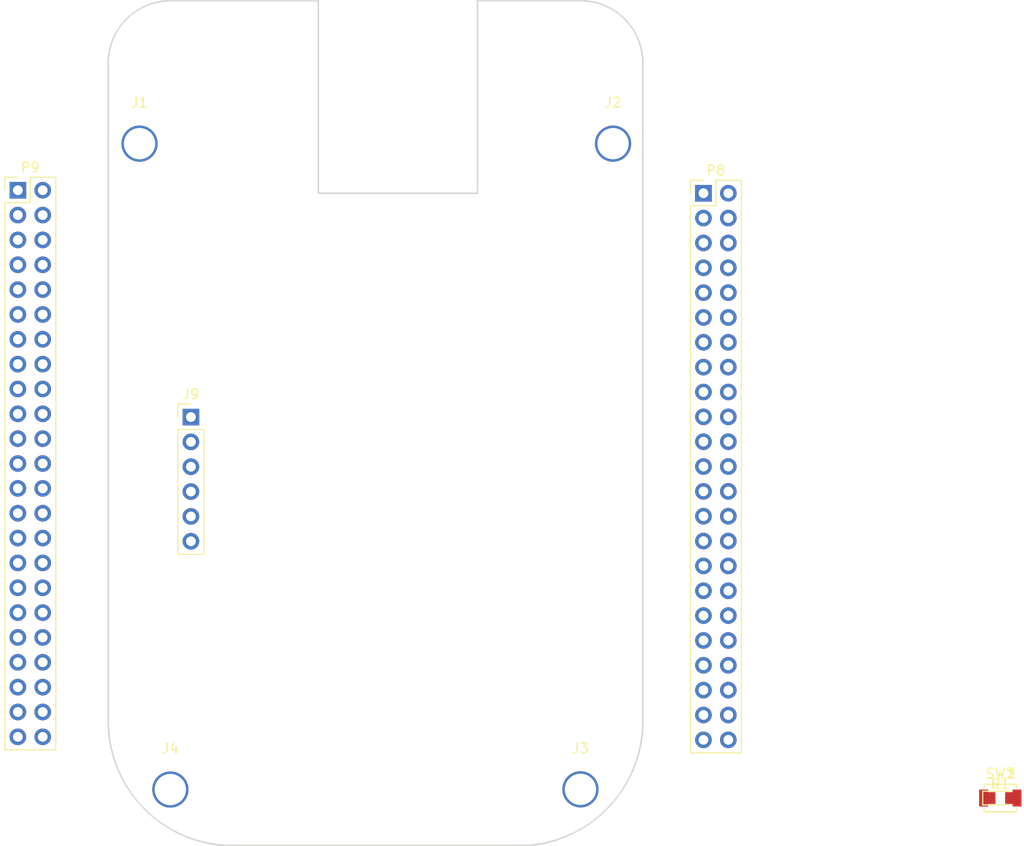
<source format=kicad_pcb>
(kicad_pcb (version 4) (host pcbnew 4.0.7)

  (general
    (links 24)
    (no_connects 17)
    (area 110.592799 47.461099 165.352801 133.971101)
    (thickness 1.6)
    (drawings 12)
    (tracks 0)
    (zones 0)
    (modules 12)
    (nets 10)
  )

  (page A4)
  (layers
    (0 F.Cu signal)
    (31 B.Cu signal)
    (32 B.Adhes user)
    (33 F.Adhes user)
    (34 B.Paste user)
    (35 F.Paste user)
    (36 B.SilkS user)
    (37 F.SilkS user)
    (38 B.Mask user)
    (39 F.Mask user)
    (40 Dwgs.User user)
    (41 Cmts.User user)
    (42 Eco1.User user)
    (43 Eco2.User user)
    (44 Edge.Cuts user)
    (45 Margin user)
    (46 B.CrtYd user)
    (47 F.CrtYd user)
    (48 B.Fab user)
    (49 F.Fab user hide)
  )

  (setup
    (last_trace_width 0.4064)
    (user_trace_width 0.254)
    (user_trace_width 0.3048)
    (user_trace_width 0.4064)
    (user_trace_width 0.508)
    (user_trace_width 0.762)
    (trace_clearance 0.2)
    (zone_clearance 0.508)
    (zone_45_only no)
    (trace_min 0.1524)
    (segment_width 0.2)
    (edge_width 0.15)
    (via_size 0.6858)
    (via_drill 0.3302)
    (via_min_size 0.6858)
    (via_min_drill 0.3302)
    (user_via 0.762 0.508)
    (uvia_size 0.3)
    (uvia_drill 0.1)
    (uvias_allowed no)
    (uvia_min_size 0.2)
    (uvia_min_drill 0.1)
    (pcb_text_width 0.3)
    (pcb_text_size 1.5 1.5)
    (mod_edge_width 0.15)
    (mod_text_size 1 1)
    (mod_text_width 0.15)
    (pad_size 3.7 3.7)
    (pad_drill 3.2)
    (pad_to_mask_clearance 0.2)
    (aux_axis_origin 110.6678 133.8961)
    (grid_origin 110.6678 133.8961)
    (visible_elements 7FFFE7FF)
    (pcbplotparams
      (layerselection 0x00030_80000001)
      (usegerberextensions false)
      (excludeedgelayer true)
      (linewidth 0.100000)
      (plotframeref false)
      (viasonmask false)
      (mode 1)
      (useauxorigin false)
      (hpglpennumber 1)
      (hpglpenspeed 20)
      (hpglpendiameter 15)
      (hpglpenoverlay 2)
      (psnegative false)
      (psa4output false)
      (plotreference true)
      (plotvalue true)
      (plotinvisibletext false)
      (padsonsilk false)
      (subtractmaskfromsilk false)
      (outputformat 4)
      (mirror false)
      (drillshape 0)
      (scaleselection 1)
      (outputdirectory ""))
  )

  (net 0 "")
  (net 1 VDD_3V3)
  (net 2 DGND)
  (net 3 "Net-(D1-Pad1)")
  (net 4 VDD_5V)
  (net 5 EHRPWM2B)
  (net 6 EHRPWM2A)
  (net 7 SYS_5V)
  (net 8 PWR_BUT)
  (net 9 SYS_RESETn)

  (net_class Default "This is the default net class."
    (clearance 0.2)
    (trace_width 0.4064)
    (via_dia 0.6858)
    (via_drill 0.3302)
    (uvia_dia 0.3)
    (uvia_drill 0.1)
    (add_net DGND)
    (add_net EHRPWM2A)
    (add_net EHRPWM2B)
    (add_net "Net-(D1-Pad1)")
    (add_net SYS_RESETn)
    (add_net VDD_3V3)
  )

  (net_class Signal ""
    (clearance 0.1)
    (trace_width 0.2)
    (via_dia 0.6858)
    (via_drill 0.3302)
    (uvia_dia 0.3)
    (uvia_drill 0.1)
  )

  (net_class VCC ""
    (clearance 0.254)
    (trace_width 0.508)
    (via_dia 0.6858)
    (via_drill 0.3302)
    (uvia_dia 0.3)
    (uvia_drill 0.1)
    (add_net PWR_BUT)
    (add_net SYS_5V)
    (add_net VDD_5V)
  )

  (module Mounting_Holes:MountingHole_3.2mm_M3_Pad (layer F.Cu) (tedit 5A569CB6) (tstamp 5A569C6E)
    (at 113.8578 62.1461)
    (descr "Mounting Hole 3.2mm, M3")
    (tags "mounting hole 3.2mm m3")
    (path /5A37380D)
    (attr virtual)
    (fp_text reference J1 (at 0 -4.2) (layer F.SilkS)
      (effects (font (size 1 1) (thickness 0.15)))
    )
    (fp_text value MOUNTING_HOLE (at 0 4.2) (layer F.Fab)
      (effects (font (size 1 1) (thickness 0.15)))
    )
    (fp_text user %R (at 0.3 0) (layer F.Fab)
      (effects (font (size 1 1) (thickness 0.15)))
    )
    (fp_circle (center 0 0) (end 3.2 0) (layer Cmts.User) (width 0.15))
    (fp_circle (center 0 0) (end 3.45 0) (layer F.CrtYd) (width 0.05))
    (pad 1 thru_hole circle (at 0 0) (size 3.7 3.7) (drill 3.2) (layers *.Cu *.Mask)
      (net 2 DGND))
  )

  (module Mounting_Holes:MountingHole_3.2mm_M3_Pad (layer F.Cu) (tedit 5A569CAF) (tstamp 5A569C73)
    (at 162.2378 62.1461)
    (descr "Mounting Hole 3.2mm, M3")
    (tags "mounting hole 3.2mm m3")
    (path /5A3738D0)
    (attr virtual)
    (fp_text reference J2 (at 0 -4.2) (layer F.SilkS)
      (effects (font (size 1 1) (thickness 0.15)))
    )
    (fp_text value MOUNTING_HOLE (at 0 4.2) (layer F.Fab)
      (effects (font (size 1 1) (thickness 0.15)))
    )
    (fp_text user %R (at 0.3 0) (layer F.Fab)
      (effects (font (size 1 1) (thickness 0.15)))
    )
    (fp_circle (center 0 0) (end 3.2 0) (layer Cmts.User) (width 0.15))
    (fp_circle (center 0 0) (end 3.45 0) (layer F.CrtYd) (width 0.05))
    (pad 1 thru_hole circle (at 0 0) (size 3.7 3.7) (drill 3.2) (layers *.Cu *.Mask)
      (net 2 DGND))
  )

  (module Mounting_Holes:MountingHole_3.2mm_M3_Pad (layer F.Cu) (tedit 5A569CA8) (tstamp 5A569C78)
    (at 158.9078 128.1561)
    (descr "Mounting Hole 3.2mm, M3")
    (tags "mounting hole 3.2mm m3")
    (path /5A37391E)
    (attr virtual)
    (fp_text reference J3 (at 0 -4.2) (layer F.SilkS)
      (effects (font (size 1 1) (thickness 0.15)))
    )
    (fp_text value MOUNTING_HOLE (at 0 4.2) (layer F.Fab)
      (effects (font (size 1 1) (thickness 0.15)))
    )
    (fp_text user %R (at 0.3 0) (layer F.Fab)
      (effects (font (size 1 1) (thickness 0.15)))
    )
    (fp_circle (center 0 0) (end 3.2 0) (layer Cmts.User) (width 0.15))
    (fp_circle (center 0 0) (end 3.45 0) (layer F.CrtYd) (width 0.05))
    (pad 1 thru_hole circle (at 0 0) (size 3.7 3.7) (drill 3.2) (layers *.Cu *.Mask)
      (net 2 DGND))
  )

  (module Mounting_Holes:MountingHole_3.2mm_M3_Pad (layer F.Cu) (tedit 5A569C99) (tstamp 5A569C7D)
    (at 117.0078 128.1761)
    (descr "Mounting Hole 3.2mm, M3")
    (tags "mounting hole 3.2mm m3")
    (path /5A37394D)
    (attr virtual)
    (fp_text reference J4 (at 0 -4.2) (layer F.SilkS)
      (effects (font (size 1 1) (thickness 0.15)))
    )
    (fp_text value MOUNTING_HOLE (at 0 4.2) (layer F.Fab)
      (effects (font (size 1 1) (thickness 0.15)))
    )
    (fp_text user %R (at 0.3 0) (layer F.Fab)
      (effects (font (size 1 1) (thickness 0.15)))
    )
    (fp_circle (center 0 0) (end 3.2 0) (layer Cmts.User) (width 0.15))
    (fp_circle (center 0 0) (end 3.45 0) (layer F.CrtYd) (width 0.05))
    (pad 1 thru_hole circle (at 0 0) (size 3.7 3.7) (drill 3.2) (layers *.Cu *.Mask)
      (net 2 DGND))
  )

  (module Pin_Headers:Pin_Header_Straight_1x06_Pitch2.54mm (layer F.Cu) (tedit 59650532) (tstamp 5A569C9B)
    (at 119.1078 90.0961)
    (descr "Through hole straight pin header, 1x06, 2.54mm pitch, single row")
    (tags "Through hole pin header THT 1x06 2.54mm single row")
    (path /5A08EFA4/5A090D71)
    (fp_text reference J9 (at 0 -2.33) (layer F.SilkS)
      (effects (font (size 1 1) (thickness 0.15)))
    )
    (fp_text value "01x06_Stackable Header" (at 0 15.03) (layer F.Fab)
      (effects (font (size 1 1) (thickness 0.15)))
    )
    (fp_line (start -0.635 -1.27) (end 1.27 -1.27) (layer F.Fab) (width 0.1))
    (fp_line (start 1.27 -1.27) (end 1.27 13.97) (layer F.Fab) (width 0.1))
    (fp_line (start 1.27 13.97) (end -1.27 13.97) (layer F.Fab) (width 0.1))
    (fp_line (start -1.27 13.97) (end -1.27 -0.635) (layer F.Fab) (width 0.1))
    (fp_line (start -1.27 -0.635) (end -0.635 -1.27) (layer F.Fab) (width 0.1))
    (fp_line (start -1.33 14.03) (end 1.33 14.03) (layer F.SilkS) (width 0.12))
    (fp_line (start -1.33 1.27) (end -1.33 14.03) (layer F.SilkS) (width 0.12))
    (fp_line (start 1.33 1.27) (end 1.33 14.03) (layer F.SilkS) (width 0.12))
    (fp_line (start -1.33 1.27) (end 1.33 1.27) (layer F.SilkS) (width 0.12))
    (fp_line (start -1.33 0) (end -1.33 -1.33) (layer F.SilkS) (width 0.12))
    (fp_line (start -1.33 -1.33) (end 0 -1.33) (layer F.SilkS) (width 0.12))
    (fp_line (start -1.8 -1.8) (end -1.8 14.5) (layer F.CrtYd) (width 0.05))
    (fp_line (start -1.8 14.5) (end 1.8 14.5) (layer F.CrtYd) (width 0.05))
    (fp_line (start 1.8 14.5) (end 1.8 -1.8) (layer F.CrtYd) (width 0.05))
    (fp_line (start 1.8 -1.8) (end -1.8 -1.8) (layer F.CrtYd) (width 0.05))
    (fp_text user %R (at 0 6.35 90) (layer F.Fab)
      (effects (font (size 1 1) (thickness 0.15)))
    )
    (pad 1 thru_hole rect (at 0 0) (size 1.7 1.7) (drill 1) (layers *.Cu *.Mask))
    (pad 2 thru_hole oval (at 0 2.54) (size 1.7 1.7) (drill 1) (layers *.Cu *.Mask))
    (pad 3 thru_hole oval (at 0 5.08) (size 1.7 1.7) (drill 1) (layers *.Cu *.Mask))
    (pad 4 thru_hole oval (at 0 7.62) (size 1.7 1.7) (drill 1) (layers *.Cu *.Mask))
    (pad 5 thru_hole oval (at 0 10.16) (size 1.7 1.7) (drill 1) (layers *.Cu *.Mask))
    (pad 6 thru_hole oval (at 0 12.7) (size 1.7 1.7) (drill 1) (layers *.Cu *.Mask))
    (model ${KISYS3DMOD}/Pin_Headers.3dshapes/Pin_Header_Straight_1x06_Pitch2.54mm.wrl
      (at (xyz 0 0 0))
      (scale (xyz 1 1 1))
      (rotate (xyz 0 0 0))
    )
  )

  (module LEDs:LED_0805 (layer F.Cu) (tedit 59959803) (tstamp 5A5E3A85)
    (at 201.80808 129.046061)
    (descr "LED 0805 smd package")
    (tags "LED led 0805 SMD smd SMT smt smdled SMDLED smtled SMTLED")
    (path /5A08EFA4/5A0B149D)
    (attr smd)
    (fp_text reference D1 (at 0 -1.45) (layer F.SilkS)
      (effects (font (size 1 1) (thickness 0.15)))
    )
    (fp_text value LED (at 0 1.55) (layer F.Fab)
      (effects (font (size 1 1) (thickness 0.15)))
    )
    (fp_line (start -1.8 -0.7) (end -1.8 0.7) (layer F.SilkS) (width 0.12))
    (fp_line (start -0.4 -0.4) (end -0.4 0.4) (layer F.Fab) (width 0.1))
    (fp_line (start -0.4 0) (end 0.2 -0.4) (layer F.Fab) (width 0.1))
    (fp_line (start 0.2 0.4) (end -0.4 0) (layer F.Fab) (width 0.1))
    (fp_line (start 0.2 -0.4) (end 0.2 0.4) (layer F.Fab) (width 0.1))
    (fp_line (start 1 0.6) (end -1 0.6) (layer F.Fab) (width 0.1))
    (fp_line (start 1 -0.6) (end 1 0.6) (layer F.Fab) (width 0.1))
    (fp_line (start -1 -0.6) (end 1 -0.6) (layer F.Fab) (width 0.1))
    (fp_line (start -1 0.6) (end -1 -0.6) (layer F.Fab) (width 0.1))
    (fp_line (start -1.8 0.7) (end 1 0.7) (layer F.SilkS) (width 0.12))
    (fp_line (start -1.8 -0.7) (end 1 -0.7) (layer F.SilkS) (width 0.12))
    (fp_line (start 1.95 -0.85) (end 1.95 0.85) (layer F.CrtYd) (width 0.05))
    (fp_line (start 1.95 0.85) (end -1.95 0.85) (layer F.CrtYd) (width 0.05))
    (fp_line (start -1.95 0.85) (end -1.95 -0.85) (layer F.CrtYd) (width 0.05))
    (fp_line (start -1.95 -0.85) (end 1.95 -0.85) (layer F.CrtYd) (width 0.05))
    (fp_text user %R (at 0 -1.25) (layer F.Fab)
      (effects (font (size 0.4 0.4) (thickness 0.1)))
    )
    (pad 2 smd rect (at 1.1 0 180) (size 1.2 1.2) (layers F.Cu F.Paste F.Mask)
      (net 1 VDD_3V3))
    (pad 1 smd rect (at -1.1 0 180) (size 1.2 1.2) (layers F.Cu F.Paste F.Mask)
      (net 3 "Net-(D1-Pad1)"))
    (model ${KISYS3DMOD}/LEDs.3dshapes/LED_0805.wrl
      (at (xyz 0 0 0))
      (scale (xyz 1 1 1))
      (rotate (xyz 0 0 180))
    )
  )

  (module Pin_Headers:Pin_Header_Straight_2x23_Pitch2.54mm (layer F.Cu) (tedit 59650533) (tstamp 5A5E3AC9)
    (at 171.4754 67.21602)
    (descr "Through hole straight pin header, 2x23, 2.54mm pitch, double rows")
    (tags "Through hole pin header THT 2x23 2.54mm double row")
    (path /5A08EFA4/5A08F9A9)
    (fp_text reference P8 (at 1.27 -2.33) (layer F.SilkS)
      (effects (font (size 1 1) (thickness 0.15)))
    )
    (fp_text value "02x23_Stackable Header" (at 1.27 58.21) (layer F.Fab)
      (effects (font (size 1 1) (thickness 0.15)))
    )
    (fp_line (start 0 -1.27) (end 3.81 -1.27) (layer F.Fab) (width 0.1))
    (fp_line (start 3.81 -1.27) (end 3.81 57.15) (layer F.Fab) (width 0.1))
    (fp_line (start 3.81 57.15) (end -1.27 57.15) (layer F.Fab) (width 0.1))
    (fp_line (start -1.27 57.15) (end -1.27 0) (layer F.Fab) (width 0.1))
    (fp_line (start -1.27 0) (end 0 -1.27) (layer F.Fab) (width 0.1))
    (fp_line (start -1.33 57.21) (end 3.87 57.21) (layer F.SilkS) (width 0.12))
    (fp_line (start -1.33 1.27) (end -1.33 57.21) (layer F.SilkS) (width 0.12))
    (fp_line (start 3.87 -1.33) (end 3.87 57.21) (layer F.SilkS) (width 0.12))
    (fp_line (start -1.33 1.27) (end 1.27 1.27) (layer F.SilkS) (width 0.12))
    (fp_line (start 1.27 1.27) (end 1.27 -1.33) (layer F.SilkS) (width 0.12))
    (fp_line (start 1.27 -1.33) (end 3.87 -1.33) (layer F.SilkS) (width 0.12))
    (fp_line (start -1.33 0) (end -1.33 -1.33) (layer F.SilkS) (width 0.12))
    (fp_line (start -1.33 -1.33) (end 0 -1.33) (layer F.SilkS) (width 0.12))
    (fp_line (start -1.8 -1.8) (end -1.8 57.65) (layer F.CrtYd) (width 0.05))
    (fp_line (start -1.8 57.65) (end 4.35 57.65) (layer F.CrtYd) (width 0.05))
    (fp_line (start 4.35 57.65) (end 4.35 -1.8) (layer F.CrtYd) (width 0.05))
    (fp_line (start 4.35 -1.8) (end -1.8 -1.8) (layer F.CrtYd) (width 0.05))
    (fp_text user %R (at 1.27 27.94 90) (layer F.Fab)
      (effects (font (size 1 1) (thickness 0.15)))
    )
    (pad 1 thru_hole rect (at 0 0) (size 1.7 1.7) (drill 1) (layers *.Cu *.Mask)
      (net 2 DGND))
    (pad 2 thru_hole oval (at 2.54 0) (size 1.7 1.7) (drill 1) (layers *.Cu *.Mask)
      (net 2 DGND))
    (pad 3 thru_hole oval (at 0 2.54) (size 1.7 1.7) (drill 1) (layers *.Cu *.Mask))
    (pad 4 thru_hole oval (at 2.54 2.54) (size 1.7 1.7) (drill 1) (layers *.Cu *.Mask))
    (pad 5 thru_hole oval (at 0 5.08) (size 1.7 1.7) (drill 1) (layers *.Cu *.Mask))
    (pad 6 thru_hole oval (at 2.54 5.08) (size 1.7 1.7) (drill 1) (layers *.Cu *.Mask))
    (pad 7 thru_hole oval (at 0 7.62) (size 1.7 1.7) (drill 1) (layers *.Cu *.Mask))
    (pad 8 thru_hole oval (at 2.54 7.62) (size 1.7 1.7) (drill 1) (layers *.Cu *.Mask))
    (pad 9 thru_hole oval (at 0 10.16) (size 1.7 1.7) (drill 1) (layers *.Cu *.Mask))
    (pad 10 thru_hole oval (at 2.54 10.16) (size 1.7 1.7) (drill 1) (layers *.Cu *.Mask))
    (pad 11 thru_hole oval (at 0 12.7) (size 1.7 1.7) (drill 1) (layers *.Cu *.Mask))
    (pad 12 thru_hole oval (at 2.54 12.7) (size 1.7 1.7) (drill 1) (layers *.Cu *.Mask))
    (pad 13 thru_hole oval (at 0 15.24) (size 1.7 1.7) (drill 1) (layers *.Cu *.Mask)
      (net 5 EHRPWM2B))
    (pad 14 thru_hole oval (at 2.54 15.24) (size 1.7 1.7) (drill 1) (layers *.Cu *.Mask))
    (pad 15 thru_hole oval (at 0 17.78) (size 1.7 1.7) (drill 1) (layers *.Cu *.Mask))
    (pad 16 thru_hole oval (at 2.54 17.78) (size 1.7 1.7) (drill 1) (layers *.Cu *.Mask))
    (pad 17 thru_hole oval (at 0 20.32) (size 1.7 1.7) (drill 1) (layers *.Cu *.Mask))
    (pad 18 thru_hole oval (at 2.54 20.32) (size 1.7 1.7) (drill 1) (layers *.Cu *.Mask))
    (pad 19 thru_hole oval (at 0 22.86) (size 1.7 1.7) (drill 1) (layers *.Cu *.Mask)
      (net 6 EHRPWM2A))
    (pad 20 thru_hole oval (at 2.54 22.86) (size 1.7 1.7) (drill 1) (layers *.Cu *.Mask))
    (pad 21 thru_hole oval (at 0 25.4) (size 1.7 1.7) (drill 1) (layers *.Cu *.Mask))
    (pad 22 thru_hole oval (at 2.54 25.4) (size 1.7 1.7) (drill 1) (layers *.Cu *.Mask))
    (pad 23 thru_hole oval (at 0 27.94) (size 1.7 1.7) (drill 1) (layers *.Cu *.Mask))
    (pad 24 thru_hole oval (at 2.54 27.94) (size 1.7 1.7) (drill 1) (layers *.Cu *.Mask))
    (pad 25 thru_hole oval (at 0 30.48) (size 1.7 1.7) (drill 1) (layers *.Cu *.Mask))
    (pad 26 thru_hole oval (at 2.54 30.48) (size 1.7 1.7) (drill 1) (layers *.Cu *.Mask))
    (pad 27 thru_hole oval (at 0 33.02) (size 1.7 1.7) (drill 1) (layers *.Cu *.Mask))
    (pad 28 thru_hole oval (at 2.54 33.02) (size 1.7 1.7) (drill 1) (layers *.Cu *.Mask))
    (pad 29 thru_hole oval (at 0 35.56) (size 1.7 1.7) (drill 1) (layers *.Cu *.Mask))
    (pad 30 thru_hole oval (at 2.54 35.56) (size 1.7 1.7) (drill 1) (layers *.Cu *.Mask))
    (pad 31 thru_hole oval (at 0 38.1) (size 1.7 1.7) (drill 1) (layers *.Cu *.Mask))
    (pad 32 thru_hole oval (at 2.54 38.1) (size 1.7 1.7) (drill 1) (layers *.Cu *.Mask))
    (pad 33 thru_hole oval (at 0 40.64) (size 1.7 1.7) (drill 1) (layers *.Cu *.Mask))
    (pad 34 thru_hole oval (at 2.54 40.64) (size 1.7 1.7) (drill 1) (layers *.Cu *.Mask))
    (pad 35 thru_hole oval (at 0 43.18) (size 1.7 1.7) (drill 1) (layers *.Cu *.Mask))
    (pad 36 thru_hole oval (at 2.54 43.18) (size 1.7 1.7) (drill 1) (layers *.Cu *.Mask))
    (pad 37 thru_hole oval (at 0 45.72) (size 1.7 1.7) (drill 1) (layers *.Cu *.Mask))
    (pad 38 thru_hole oval (at 2.54 45.72) (size 1.7 1.7) (drill 1) (layers *.Cu *.Mask))
    (pad 39 thru_hole oval (at 0 48.26) (size 1.7 1.7) (drill 1) (layers *.Cu *.Mask))
    (pad 40 thru_hole oval (at 2.54 48.26) (size 1.7 1.7) (drill 1) (layers *.Cu *.Mask))
    (pad 41 thru_hole oval (at 0 50.8) (size 1.7 1.7) (drill 1) (layers *.Cu *.Mask))
    (pad 42 thru_hole oval (at 2.54 50.8) (size 1.7 1.7) (drill 1) (layers *.Cu *.Mask))
    (pad 43 thru_hole oval (at 0 53.34) (size 1.7 1.7) (drill 1) (layers *.Cu *.Mask))
    (pad 44 thru_hole oval (at 2.54 53.34) (size 1.7 1.7) (drill 1) (layers *.Cu *.Mask))
    (pad 45 thru_hole oval (at 0 55.88) (size 1.7 1.7) (drill 1) (layers *.Cu *.Mask)
      (net 6 EHRPWM2A))
    (pad 46 thru_hole oval (at 2.54 55.88) (size 1.7 1.7) (drill 1) (layers *.Cu *.Mask)
      (net 5 EHRPWM2B))
    (model ${KISYS3DMOD}/Pin_Headers.3dshapes/Pin_Header_Straight_2x23_Pitch2.54mm.wrl
      (at (xyz 0 0 0))
      (scale (xyz 1 1 1))
      (rotate (xyz 0 0 0))
    )
  )

  (module Pin_Headers:Pin_Header_Straight_2x23_Pitch2.54mm (layer F.Cu) (tedit 59650533) (tstamp 5A5E3B0D)
    (at 101.42728 66.90868)
    (descr "Through hole straight pin header, 2x23, 2.54mm pitch, double rows")
    (tags "Through hole pin header THT 2x23 2.54mm double row")
    (path /5A08EFA4/5A08F22D)
    (fp_text reference P9 (at 1.27 -2.33) (layer F.SilkS)
      (effects (font (size 1 1) (thickness 0.15)))
    )
    (fp_text value "02x23_Stackable Header" (at 1.27 58.21) (layer F.Fab)
      (effects (font (size 1 1) (thickness 0.15)))
    )
    (fp_line (start 0 -1.27) (end 3.81 -1.27) (layer F.Fab) (width 0.1))
    (fp_line (start 3.81 -1.27) (end 3.81 57.15) (layer F.Fab) (width 0.1))
    (fp_line (start 3.81 57.15) (end -1.27 57.15) (layer F.Fab) (width 0.1))
    (fp_line (start -1.27 57.15) (end -1.27 0) (layer F.Fab) (width 0.1))
    (fp_line (start -1.27 0) (end 0 -1.27) (layer F.Fab) (width 0.1))
    (fp_line (start -1.33 57.21) (end 3.87 57.21) (layer F.SilkS) (width 0.12))
    (fp_line (start -1.33 1.27) (end -1.33 57.21) (layer F.SilkS) (width 0.12))
    (fp_line (start 3.87 -1.33) (end 3.87 57.21) (layer F.SilkS) (width 0.12))
    (fp_line (start -1.33 1.27) (end 1.27 1.27) (layer F.SilkS) (width 0.12))
    (fp_line (start 1.27 1.27) (end 1.27 -1.33) (layer F.SilkS) (width 0.12))
    (fp_line (start 1.27 -1.33) (end 3.87 -1.33) (layer F.SilkS) (width 0.12))
    (fp_line (start -1.33 0) (end -1.33 -1.33) (layer F.SilkS) (width 0.12))
    (fp_line (start -1.33 -1.33) (end 0 -1.33) (layer F.SilkS) (width 0.12))
    (fp_line (start -1.8 -1.8) (end -1.8 57.65) (layer F.CrtYd) (width 0.05))
    (fp_line (start -1.8 57.65) (end 4.35 57.65) (layer F.CrtYd) (width 0.05))
    (fp_line (start 4.35 57.65) (end 4.35 -1.8) (layer F.CrtYd) (width 0.05))
    (fp_line (start 4.35 -1.8) (end -1.8 -1.8) (layer F.CrtYd) (width 0.05))
    (fp_text user %R (at 1.27 27.94 90) (layer F.Fab)
      (effects (font (size 1 1) (thickness 0.15)))
    )
    (pad 1 thru_hole rect (at 0 0) (size 1.7 1.7) (drill 1) (layers *.Cu *.Mask)
      (net 2 DGND))
    (pad 2 thru_hole oval (at 2.54 0) (size 1.7 1.7) (drill 1) (layers *.Cu *.Mask)
      (net 2 DGND))
    (pad 3 thru_hole oval (at 0 2.54) (size 1.7 1.7) (drill 1) (layers *.Cu *.Mask)
      (net 1 VDD_3V3))
    (pad 4 thru_hole oval (at 2.54 2.54) (size 1.7 1.7) (drill 1) (layers *.Cu *.Mask)
      (net 1 VDD_3V3))
    (pad 5 thru_hole oval (at 0 5.08) (size 1.7 1.7) (drill 1) (layers *.Cu *.Mask)
      (net 4 VDD_5V))
    (pad 6 thru_hole oval (at 2.54 5.08) (size 1.7 1.7) (drill 1) (layers *.Cu *.Mask)
      (net 4 VDD_5V))
    (pad 7 thru_hole oval (at 0 7.62) (size 1.7 1.7) (drill 1) (layers *.Cu *.Mask)
      (net 7 SYS_5V))
    (pad 8 thru_hole oval (at 2.54 7.62) (size 1.7 1.7) (drill 1) (layers *.Cu *.Mask)
      (net 7 SYS_5V))
    (pad 9 thru_hole oval (at 0 10.16) (size 1.7 1.7) (drill 1) (layers *.Cu *.Mask)
      (net 8 PWR_BUT))
    (pad 10 thru_hole oval (at 2.54 10.16) (size 1.7 1.7) (drill 1) (layers *.Cu *.Mask)
      (net 9 SYS_RESETn))
    (pad 11 thru_hole oval (at 0 12.7) (size 1.7 1.7) (drill 1) (layers *.Cu *.Mask))
    (pad 12 thru_hole oval (at 2.54 12.7) (size 1.7 1.7) (drill 1) (layers *.Cu *.Mask))
    (pad 13 thru_hole oval (at 0 15.24) (size 1.7 1.7) (drill 1) (layers *.Cu *.Mask))
    (pad 14 thru_hole oval (at 2.54 15.24) (size 1.7 1.7) (drill 1) (layers *.Cu *.Mask))
    (pad 15 thru_hole oval (at 0 17.78) (size 1.7 1.7) (drill 1) (layers *.Cu *.Mask))
    (pad 16 thru_hole oval (at 2.54 17.78) (size 1.7 1.7) (drill 1) (layers *.Cu *.Mask))
    (pad 17 thru_hole oval (at 0 20.32) (size 1.7 1.7) (drill 1) (layers *.Cu *.Mask))
    (pad 18 thru_hole oval (at 2.54 20.32) (size 1.7 1.7) (drill 1) (layers *.Cu *.Mask))
    (pad 19 thru_hole oval (at 0 22.86) (size 1.7 1.7) (drill 1) (layers *.Cu *.Mask))
    (pad 20 thru_hole oval (at 2.54 22.86) (size 1.7 1.7) (drill 1) (layers *.Cu *.Mask))
    (pad 21 thru_hole oval (at 0 25.4) (size 1.7 1.7) (drill 1) (layers *.Cu *.Mask))
    (pad 22 thru_hole oval (at 2.54 25.4) (size 1.7 1.7) (drill 1) (layers *.Cu *.Mask))
    (pad 23 thru_hole oval (at 0 27.94) (size 1.7 1.7) (drill 1) (layers *.Cu *.Mask))
    (pad 24 thru_hole oval (at 2.54 27.94) (size 1.7 1.7) (drill 1) (layers *.Cu *.Mask))
    (pad 25 thru_hole oval (at 0 30.48) (size 1.7 1.7) (drill 1) (layers *.Cu *.Mask))
    (pad 26 thru_hole oval (at 2.54 30.48) (size 1.7 1.7) (drill 1) (layers *.Cu *.Mask))
    (pad 27 thru_hole oval (at 0 33.02) (size 1.7 1.7) (drill 1) (layers *.Cu *.Mask))
    (pad 28 thru_hole oval (at 2.54 33.02) (size 1.7 1.7) (drill 1) (layers *.Cu *.Mask))
    (pad 29 thru_hole oval (at 0 35.56) (size 1.7 1.7) (drill 1) (layers *.Cu *.Mask))
    (pad 30 thru_hole oval (at 2.54 35.56) (size 1.7 1.7) (drill 1) (layers *.Cu *.Mask))
    (pad 31 thru_hole oval (at 0 38.1) (size 1.7 1.7) (drill 1) (layers *.Cu *.Mask))
    (pad 32 thru_hole oval (at 2.54 38.1) (size 1.7 1.7) (drill 1) (layers *.Cu *.Mask))
    (pad 33 thru_hole oval (at 0 40.64) (size 1.7 1.7) (drill 1) (layers *.Cu *.Mask))
    (pad 34 thru_hole oval (at 2.54 40.64) (size 1.7 1.7) (drill 1) (layers *.Cu *.Mask))
    (pad 35 thru_hole oval (at 0 43.18) (size 1.7 1.7) (drill 1) (layers *.Cu *.Mask))
    (pad 36 thru_hole oval (at 2.54 43.18) (size 1.7 1.7) (drill 1) (layers *.Cu *.Mask))
    (pad 37 thru_hole oval (at 0 45.72) (size 1.7 1.7) (drill 1) (layers *.Cu *.Mask))
    (pad 38 thru_hole oval (at 2.54 45.72) (size 1.7 1.7) (drill 1) (layers *.Cu *.Mask))
    (pad 39 thru_hole oval (at 0 48.26) (size 1.7 1.7) (drill 1) (layers *.Cu *.Mask))
    (pad 40 thru_hole oval (at 2.54 48.26) (size 1.7 1.7) (drill 1) (layers *.Cu *.Mask))
    (pad 41 thru_hole oval (at 0 50.8) (size 1.7 1.7) (drill 1) (layers *.Cu *.Mask))
    (pad 42 thru_hole oval (at 2.54 50.8) (size 1.7 1.7) (drill 1) (layers *.Cu *.Mask))
    (pad 43 thru_hole oval (at 0 53.34) (size 1.7 1.7) (drill 1) (layers *.Cu *.Mask)
      (net 2 DGND))
    (pad 44 thru_hole oval (at 2.54 53.34) (size 1.7 1.7) (drill 1) (layers *.Cu *.Mask)
      (net 2 DGND))
    (pad 45 thru_hole oval (at 0 55.88) (size 1.7 1.7) (drill 1) (layers *.Cu *.Mask)
      (net 2 DGND))
    (pad 46 thru_hole oval (at 2.54 55.88) (size 1.7 1.7) (drill 1) (layers *.Cu *.Mask)
      (net 2 DGND))
    (model ${KISYS3DMOD}/Pin_Headers.3dshapes/Pin_Header_Straight_2x23_Pitch2.54mm.wrl
      (at (xyz 0 0 0))
      (scale (xyz 1 1 1))
      (rotate (xyz 0 0 0))
    )
  )

  (module Resistors_SMD:R_0603 (layer F.Cu) (tedit 58E0A804) (tstamp 5A5E3B1E)
    (at 201.80808 129.046061)
    (descr "Resistor SMD 0603, reflow soldering, Vishay (see dcrcw.pdf)")
    (tags "resistor 0603")
    (path /5A08EFA4/5A0B19CC)
    (attr smd)
    (fp_text reference R1 (at 0 -1.45) (layer F.SilkS)
      (effects (font (size 1 1) (thickness 0.15)))
    )
    (fp_text value 330 (at 0 1.5) (layer F.Fab)
      (effects (font (size 1 1) (thickness 0.15)))
    )
    (fp_text user %R (at 0 0) (layer F.Fab)
      (effects (font (size 0.4 0.4) (thickness 0.075)))
    )
    (fp_line (start -0.8 0.4) (end -0.8 -0.4) (layer F.Fab) (width 0.1))
    (fp_line (start 0.8 0.4) (end -0.8 0.4) (layer F.Fab) (width 0.1))
    (fp_line (start 0.8 -0.4) (end 0.8 0.4) (layer F.Fab) (width 0.1))
    (fp_line (start -0.8 -0.4) (end 0.8 -0.4) (layer F.Fab) (width 0.1))
    (fp_line (start 0.5 0.68) (end -0.5 0.68) (layer F.SilkS) (width 0.12))
    (fp_line (start -0.5 -0.68) (end 0.5 -0.68) (layer F.SilkS) (width 0.12))
    (fp_line (start -1.25 -0.7) (end 1.25 -0.7) (layer F.CrtYd) (width 0.05))
    (fp_line (start -1.25 -0.7) (end -1.25 0.7) (layer F.CrtYd) (width 0.05))
    (fp_line (start 1.25 0.7) (end 1.25 -0.7) (layer F.CrtYd) (width 0.05))
    (fp_line (start 1.25 0.7) (end -1.25 0.7) (layer F.CrtYd) (width 0.05))
    (pad 1 smd rect (at -0.75 0) (size 0.5 0.9) (layers F.Cu F.Paste F.Mask)
      (net 3 "Net-(D1-Pad1)"))
    (pad 2 smd rect (at 0.75 0) (size 0.5 0.9) (layers F.Cu F.Paste F.Mask)
      (net 2 DGND))
    (model ${KISYS3DMOD}/Resistors_SMD.3dshapes/R_0603.wrl
      (at (xyz 0 0 0))
      (scale (xyz 1 1 1))
      (rotate (xyz 0 0 0))
    )
  )

  (module Buttons_Switches_SMD:SW_SPST_B3U-1000P (layer F.Cu) (tedit 58724258) (tstamp 5A5E3B34)
    (at 201.80808 129.046061)
    (descr "Ultra-small-sized Tactile Switch with High Contact Reliability, Top-actuated Model, without Ground Terminal, without Boss")
    (tags "Tactile Switch")
    (path /5A08EFA4/5A0BF57E)
    (attr smd)
    (fp_text reference SW1 (at 0 -2.5) (layer F.SilkS)
      (effects (font (size 1 1) (thickness 0.15)))
    )
    (fp_text value W5500_RST (at 0 2.5) (layer F.Fab)
      (effects (font (size 1 1) (thickness 0.15)))
    )
    (fp_text user %R (at 0 -2.5) (layer F.Fab)
      (effects (font (size 1 1) (thickness 0.15)))
    )
    (fp_line (start -2.4 1.65) (end 2.4 1.65) (layer F.CrtYd) (width 0.05))
    (fp_line (start 2.4 1.65) (end 2.4 -1.65) (layer F.CrtYd) (width 0.05))
    (fp_line (start 2.4 -1.65) (end -2.4 -1.65) (layer F.CrtYd) (width 0.05))
    (fp_line (start -2.4 -1.65) (end -2.4 1.65) (layer F.CrtYd) (width 0.05))
    (fp_line (start -1.65 1.1) (end -1.65 1.4) (layer F.SilkS) (width 0.12))
    (fp_line (start -1.65 1.4) (end 1.65 1.4) (layer F.SilkS) (width 0.12))
    (fp_line (start 1.65 1.4) (end 1.65 1.1) (layer F.SilkS) (width 0.12))
    (fp_line (start -1.65 -1.1) (end -1.65 -1.4) (layer F.SilkS) (width 0.12))
    (fp_line (start -1.65 -1.4) (end 1.65 -1.4) (layer F.SilkS) (width 0.12))
    (fp_line (start 1.65 -1.4) (end 1.65 -1.1) (layer F.SilkS) (width 0.12))
    (fp_line (start -1.5 -1.25) (end 1.5 -1.25) (layer F.Fab) (width 0.1))
    (fp_line (start 1.5 -1.25) (end 1.5 1.25) (layer F.Fab) (width 0.1))
    (fp_line (start 1.5 1.25) (end -1.5 1.25) (layer F.Fab) (width 0.1))
    (fp_line (start -1.5 1.25) (end -1.5 -1.25) (layer F.Fab) (width 0.1))
    (fp_circle (center 0 0) (end 0.75 0) (layer F.Fab) (width 0.1))
    (pad 1 smd rect (at -1.7 0) (size 0.9 1.7) (layers F.Cu F.Paste F.Mask))
    (pad 2 smd rect (at 1.7 0) (size 0.9 1.7) (layers F.Cu F.Paste F.Mask)
      (net 2 DGND))
    (model ${KISYS3DMOD}/Buttons_Switches_SMD.3dshapes/SW_SPST_B3U-1000P.wrl
      (at (xyz 0 0 0))
      (scale (xyz 1 1 1))
      (rotate (xyz 0 0 0))
    )
  )

  (module Buttons_Switches_SMD:SW_SPST_B3U-1000P (layer F.Cu) (tedit 58724258) (tstamp 5A5E3B4A)
    (at 201.80808 129.046061)
    (descr "Ultra-small-sized Tactile Switch with High Contact Reliability, Top-actuated Model, without Ground Terminal, without Boss")
    (tags "Tactile Switch")
    (path /5A08EFA4/5A0BFBF5)
    (attr smd)
    (fp_text reference SW2 (at 0 -2.5) (layer F.SilkS)
      (effects (font (size 1 1) (thickness 0.15)))
    )
    (fp_text value SYS_RST (at 0 2.5) (layer F.Fab)
      (effects (font (size 1 1) (thickness 0.15)))
    )
    (fp_text user %R (at 0 -2.5) (layer F.Fab)
      (effects (font (size 1 1) (thickness 0.15)))
    )
    (fp_line (start -2.4 1.65) (end 2.4 1.65) (layer F.CrtYd) (width 0.05))
    (fp_line (start 2.4 1.65) (end 2.4 -1.65) (layer F.CrtYd) (width 0.05))
    (fp_line (start 2.4 -1.65) (end -2.4 -1.65) (layer F.CrtYd) (width 0.05))
    (fp_line (start -2.4 -1.65) (end -2.4 1.65) (layer F.CrtYd) (width 0.05))
    (fp_line (start -1.65 1.1) (end -1.65 1.4) (layer F.SilkS) (width 0.12))
    (fp_line (start -1.65 1.4) (end 1.65 1.4) (layer F.SilkS) (width 0.12))
    (fp_line (start 1.65 1.4) (end 1.65 1.1) (layer F.SilkS) (width 0.12))
    (fp_line (start -1.65 -1.1) (end -1.65 -1.4) (layer F.SilkS) (width 0.12))
    (fp_line (start -1.65 -1.4) (end 1.65 -1.4) (layer F.SilkS) (width 0.12))
    (fp_line (start 1.65 -1.4) (end 1.65 -1.1) (layer F.SilkS) (width 0.12))
    (fp_line (start -1.5 -1.25) (end 1.5 -1.25) (layer F.Fab) (width 0.1))
    (fp_line (start 1.5 -1.25) (end 1.5 1.25) (layer F.Fab) (width 0.1))
    (fp_line (start 1.5 1.25) (end -1.5 1.25) (layer F.Fab) (width 0.1))
    (fp_line (start -1.5 1.25) (end -1.5 -1.25) (layer F.Fab) (width 0.1))
    (fp_circle (center 0 0) (end 0.75 0) (layer F.Fab) (width 0.1))
    (pad 1 smd rect (at -1.7 0) (size 0.9 1.7) (layers F.Cu F.Paste F.Mask)
      (net 9 SYS_RESETn))
    (pad 2 smd rect (at 1.7 0) (size 0.9 1.7) (layers F.Cu F.Paste F.Mask)
      (net 2 DGND))
    (model ${KISYS3DMOD}/Buttons_Switches_SMD.3dshapes/SW_SPST_B3U-1000P.wrl
      (at (xyz 0 0 0))
      (scale (xyz 1 1 1))
      (rotate (xyz 0 0 0))
    )
  )

  (module Buttons_Switches_SMD:SW_SPST_B3U-1000P (layer F.Cu) (tedit 58724258) (tstamp 5A5E3B60)
    (at 201.80808 129.046061)
    (descr "Ultra-small-sized Tactile Switch with High Contact Reliability, Top-actuated Model, without Ground Terminal, without Boss")
    (tags "Tactile Switch")
    (path /5A08EFA4/5A0BFE62)
    (attr smd)
    (fp_text reference SW3 (at 0 -2.5) (layer F.SilkS)
      (effects (font (size 1 1) (thickness 0.15)))
    )
    (fp_text value Power (at 0 2.5) (layer F.Fab)
      (effects (font (size 1 1) (thickness 0.15)))
    )
    (fp_text user %R (at 0 -2.5) (layer F.Fab)
      (effects (font (size 1 1) (thickness 0.15)))
    )
    (fp_line (start -2.4 1.65) (end 2.4 1.65) (layer F.CrtYd) (width 0.05))
    (fp_line (start 2.4 1.65) (end 2.4 -1.65) (layer F.CrtYd) (width 0.05))
    (fp_line (start 2.4 -1.65) (end -2.4 -1.65) (layer F.CrtYd) (width 0.05))
    (fp_line (start -2.4 -1.65) (end -2.4 1.65) (layer F.CrtYd) (width 0.05))
    (fp_line (start -1.65 1.1) (end -1.65 1.4) (layer F.SilkS) (width 0.12))
    (fp_line (start -1.65 1.4) (end 1.65 1.4) (layer F.SilkS) (width 0.12))
    (fp_line (start 1.65 1.4) (end 1.65 1.1) (layer F.SilkS) (width 0.12))
    (fp_line (start -1.65 -1.1) (end -1.65 -1.4) (layer F.SilkS) (width 0.12))
    (fp_line (start -1.65 -1.4) (end 1.65 -1.4) (layer F.SilkS) (width 0.12))
    (fp_line (start 1.65 -1.4) (end 1.65 -1.1) (layer F.SilkS) (width 0.12))
    (fp_line (start -1.5 -1.25) (end 1.5 -1.25) (layer F.Fab) (width 0.1))
    (fp_line (start 1.5 -1.25) (end 1.5 1.25) (layer F.Fab) (width 0.1))
    (fp_line (start 1.5 1.25) (end -1.5 1.25) (layer F.Fab) (width 0.1))
    (fp_line (start -1.5 1.25) (end -1.5 -1.25) (layer F.Fab) (width 0.1))
    (fp_circle (center 0 0) (end 0.75 0) (layer F.Fab) (width 0.1))
    (pad 1 smd rect (at -1.7 0) (size 0.9 1.7) (layers F.Cu F.Paste F.Mask)
      (net 8 PWR_BUT))
    (pad 2 smd rect (at 1.7 0) (size 0.9 1.7) (layers F.Cu F.Paste F.Mask)
      (net 2 DGND))
    (model ${KISYS3DMOD}/Buttons_Switches_SMD.3dshapes/SW_SPST_B3U-1000P.wrl
      (at (xyz 0 0 0))
      (scale (xyz 1 1 1))
      (rotate (xyz 0 0 0))
    )
  )

  (gr_line (start 122.8178 133.8961) (end 153.5678 133.8961) (layer Edge.Cuts) (width 0.15))
  (gr_line (start 110.6678 53.8961) (end 110.6678 121.2061) (layer Edge.Cuts) (width 0.15))
  (gr_line (start 132.1278 47.5361) (end 117.1078 47.5361) (layer Edge.Cuts) (width 0.15))
  (gr_line (start 148.3878 47.5361) (end 159.0078 47.5361) (layer Edge.Cuts) (width 0.15))
  (gr_line (start 165.2778 121.2061) (end 165.2778 53.8861) (layer Edge.Cuts) (width 0.15))
  (gr_line (start 148.3878 67.2161) (end 148.3878 47.5361) (layer Edge.Cuts) (width 0.15))
  (gr_line (start 132.1278 67.2161) (end 148.3838 67.2161) (layer Edge.Cuts) (width 0.15))
  (gr_line (start 132.1278 47.5361) (end 132.1278 67.2211) (layer Edge.Cuts) (width 0.15))
  (gr_arc (start 117.0278 53.8961) (end 110.6678 53.8961) (angle 90.7263735) (layer Edge.Cuts) (width 0.15))
  (gr_arc (start 158.9278 53.8861) (end 165.2778 53.8861) (angle -89.46033829) (layer Edge.Cuts) (width 0.15))
  (gr_arc (start 123.3678 121.20626) (end 110.6678 121.20626) (angle -87.47303961) (layer Edge.Cuts) (width 0.15))
  (gr_arc (start 152.56764 121.22404) (end 165.2778 121.2215) (angle 85.5529637) (layer Edge.Cuts) (width 0.15))

)

</source>
